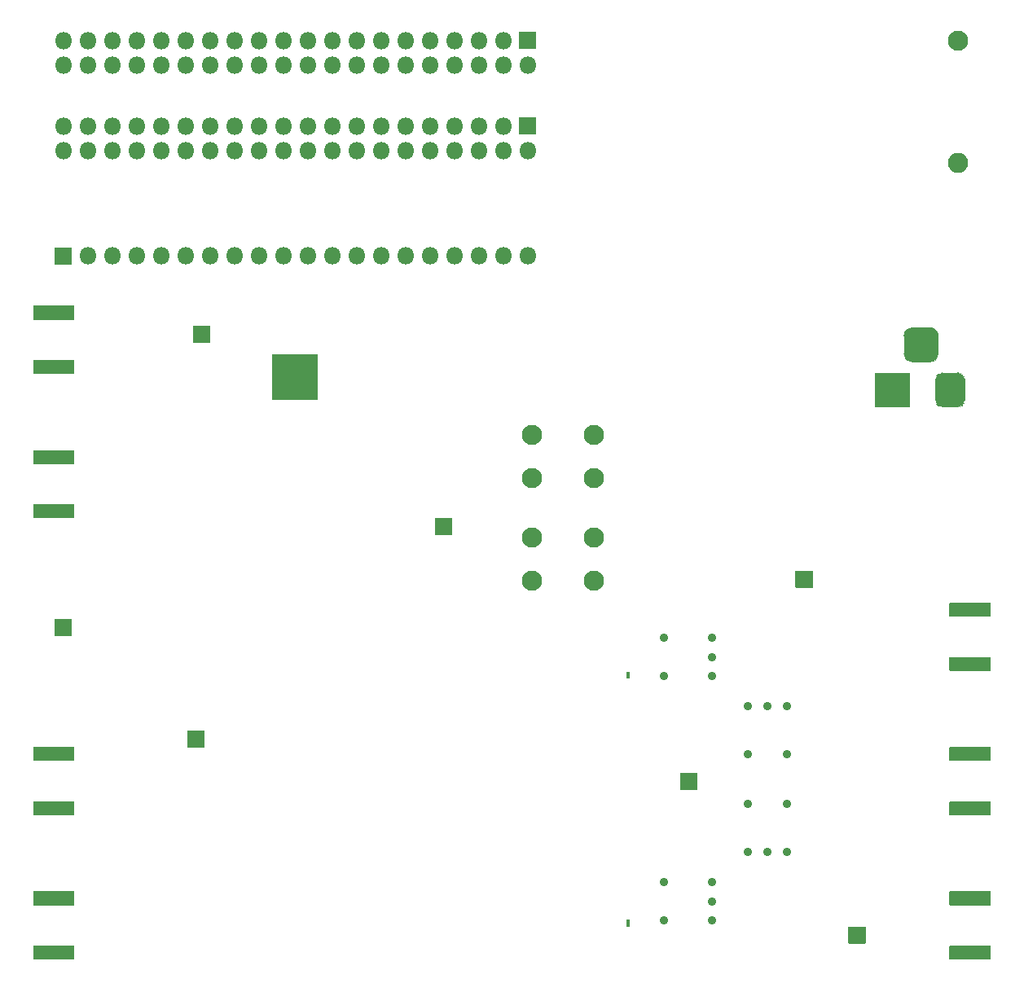
<source format=gbr>
%TF.GenerationSoftware,KiCad,Pcbnew,(5.1.8)-1*%
%TF.CreationDate,2020-12-11T02:40:57-05:00*%
%TF.ProjectId,iq_siggen,69715f73-6967-4676-956e-2e6b69636164,v01*%
%TF.SameCoordinates,Original*%
%TF.FileFunction,Soldermask,Bot*%
%TF.FilePolarity,Negative*%
%FSLAX46Y46*%
G04 Gerber Fmt 4.6, Leading zero omitted, Abs format (unit mm)*
G04 Created by KiCad (PCBNEW (5.1.8)-1) date 2020-12-11 02:40:57*
%MOMM*%
%LPD*%
G01*
G04 APERTURE LIST*
%ADD10C,0.100000*%
%ADD11C,2.100000*%
%ADD12O,1.800000X1.800000*%
%ADD13O,2.100000X2.100000*%
%ADD14C,0.900000*%
G04 APERTURE END LIST*
D10*
G36*
X79865000Y-90300000D02*
G01*
X75215000Y-90300000D01*
X75215000Y-85650000D01*
X79865000Y-85650000D01*
X79865000Y-90300000D01*
G37*
X79865000Y-90300000D02*
X75215000Y-90300000D01*
X75215000Y-85650000D01*
X79865000Y-85650000D01*
X79865000Y-90300000D01*
%TO.C,JP5*%
G36*
X112000000Y-145010600D02*
G01*
X112250000Y-145010600D01*
X112250400Y-144350200D01*
X112000400Y-144350200D01*
X112000000Y-145010600D01*
G37*
X112000000Y-145010600D02*
X112250000Y-145010600D01*
X112250400Y-144350200D01*
X112000400Y-144350200D01*
X112000000Y-145010600D01*
%TO.C,JP4*%
G36*
X112000000Y-119260600D02*
G01*
X112250000Y-119260600D01*
X112250400Y-118600200D01*
X112000400Y-118600200D01*
X112000000Y-119260600D01*
G37*
X112000000Y-119260600D02*
X112250000Y-119260600D01*
X112250400Y-118600200D01*
X112000400Y-118600200D01*
X112000000Y-119260600D01*
G36*
X79865000Y-90300000D02*
G01*
X75215000Y-90300000D01*
X75215000Y-85650000D01*
X79865000Y-85650000D01*
X79865000Y-90300000D01*
G37*
X79865000Y-90300000D02*
X75215000Y-90300000D01*
X75215000Y-85650000D01*
X79865000Y-85650000D01*
X79865000Y-90300000D01*
%TO.C,JP5*%
G36*
X112000000Y-145010600D02*
G01*
X112250000Y-145010600D01*
X112250400Y-144350200D01*
X112000400Y-144350200D01*
X112000000Y-145010600D01*
G37*
X112000000Y-145010600D02*
X112250000Y-145010600D01*
X112250400Y-144350200D01*
X112000400Y-144350200D01*
X112000000Y-145010600D01*
%TO.C,JP4*%
G36*
X112000000Y-119260600D02*
G01*
X112250000Y-119260600D01*
X112250400Y-118600200D01*
X112000400Y-118600200D01*
X112000000Y-119260600D01*
G37*
X112000000Y-119260600D02*
X112250000Y-119260600D01*
X112250400Y-118600200D01*
X112000400Y-118600200D01*
X112000000Y-119260600D01*
%TD*%
%TO.C,J10*%
G36*
G01*
X144462000Y-83719200D02*
X144462000Y-85519200D01*
G75*
G02*
X143562000Y-86419200I-900000J0D01*
G01*
X141762000Y-86419200D01*
G75*
G02*
X140862000Y-85519200I0J900000D01*
G01*
X140862000Y-83719200D01*
G75*
G02*
X141762000Y-82819200I900000J0D01*
G01*
X143562000Y-82819200D01*
G75*
G02*
X144462000Y-83719200I0J-900000D01*
G01*
G37*
G36*
G01*
X147212000Y-88294200D02*
X147212000Y-90344200D01*
G75*
G02*
X146437000Y-91119200I-775000J0D01*
G01*
X144887000Y-91119200D01*
G75*
G02*
X144112000Y-90344200I0J775000D01*
G01*
X144112000Y-88294200D01*
G75*
G02*
X144887000Y-87519200I775000J0D01*
G01*
X146437000Y-87519200D01*
G75*
G02*
X147212000Y-88294200I0J-775000D01*
G01*
G37*
G36*
G01*
X141462000Y-87569200D02*
X141462000Y-91069200D01*
G75*
G02*
X141412000Y-91119200I-50000J0D01*
G01*
X137912000Y-91119200D01*
G75*
G02*
X137862000Y-91069200I0J50000D01*
G01*
X137862000Y-87569200D01*
G75*
G02*
X137912000Y-87519200I50000J0D01*
G01*
X141412000Y-87519200D01*
G75*
G02*
X141462000Y-87569200I0J-50000D01*
G01*
G37*
%TD*%
D11*
%TO.C,SW2*%
X102174000Y-109131200D03*
X102174000Y-104631200D03*
X108674000Y-109131200D03*
X108674000Y-104631200D03*
%TD*%
%TO.C,SW1*%
X102174000Y-98463200D03*
X102174000Y-93963200D03*
X108674000Y-98463200D03*
X108674000Y-93963200D03*
%TD*%
D12*
%TO.C,J2*%
X53490000Y-64430000D03*
X53490000Y-61890000D03*
X56030000Y-64430000D03*
X56030000Y-61890000D03*
X58570000Y-64430000D03*
X58570000Y-61890000D03*
X61110000Y-64430000D03*
X61110000Y-61890000D03*
X63650000Y-64430000D03*
X63650000Y-61890000D03*
X66190000Y-64430000D03*
X66190000Y-61890000D03*
X68730000Y-64430000D03*
X68730000Y-61890000D03*
X71270000Y-64430000D03*
X71270000Y-61890000D03*
X73810000Y-64430000D03*
X73810000Y-61890000D03*
X76350000Y-64430000D03*
X76350000Y-61890000D03*
X78890000Y-64430000D03*
X78890000Y-61890000D03*
X81430000Y-64430000D03*
X81430000Y-61890000D03*
X83970000Y-64430000D03*
X83970000Y-61890000D03*
X86510000Y-64430000D03*
X86510000Y-61890000D03*
X89050000Y-64430000D03*
X89050000Y-61890000D03*
X91590000Y-64430000D03*
X91590000Y-61890000D03*
X94130000Y-64430000D03*
X94130000Y-61890000D03*
X96670000Y-64430000D03*
X96670000Y-61890000D03*
X99210000Y-64430000D03*
X99210000Y-61890000D03*
X101750000Y-64430000D03*
G36*
G01*
X100900000Y-60990000D02*
X102600000Y-60990000D01*
G75*
G02*
X102650000Y-61040000I0J-50000D01*
G01*
X102650000Y-62740000D01*
G75*
G02*
X102600000Y-62790000I-50000J0D01*
G01*
X100900000Y-62790000D01*
G75*
G02*
X100850000Y-62740000I0J50000D01*
G01*
X100850000Y-61040000D01*
G75*
G02*
X100900000Y-60990000I50000J0D01*
G01*
G37*
%TD*%
%TO.C,J11*%
G36*
G01*
X149850000Y-127900000D02*
X145650000Y-127900000D01*
G75*
G02*
X145600000Y-127850000I0J50000D01*
G01*
X145600000Y-126500000D01*
G75*
G02*
X145650000Y-126450000I50000J0D01*
G01*
X149850000Y-126450000D01*
G75*
G02*
X149900000Y-126500000I0J-50000D01*
G01*
X149900000Y-127850000D01*
G75*
G02*
X149850000Y-127900000I-50000J0D01*
G01*
G37*
G36*
G01*
X149850000Y-133550000D02*
X145650000Y-133550000D01*
G75*
G02*
X145600000Y-133500000I0J50000D01*
G01*
X145600000Y-132150000D01*
G75*
G02*
X145650000Y-132100000I50000J0D01*
G01*
X149850000Y-132100000D01*
G75*
G02*
X149900000Y-132150000I0J-50000D01*
G01*
X149900000Y-133500000D01*
G75*
G02*
X149850000Y-133550000I-50000J0D01*
G01*
G37*
%TD*%
%TO.C,J19*%
G36*
G01*
X50408000Y-147100000D02*
X54608000Y-147100000D01*
G75*
G02*
X54658000Y-147150000I0J-50000D01*
G01*
X54658000Y-148500000D01*
G75*
G02*
X54608000Y-148550000I-50000J0D01*
G01*
X50408000Y-148550000D01*
G75*
G02*
X50358000Y-148500000I0J50000D01*
G01*
X50358000Y-147150000D01*
G75*
G02*
X50408000Y-147100000I50000J0D01*
G01*
G37*
G36*
G01*
X50408000Y-141450000D02*
X54608000Y-141450000D01*
G75*
G02*
X54658000Y-141500000I0J-50000D01*
G01*
X54658000Y-142850000D01*
G75*
G02*
X54608000Y-142900000I-50000J0D01*
G01*
X50408000Y-142900000D01*
G75*
G02*
X50358000Y-142850000I0J50000D01*
G01*
X50358000Y-141500000D01*
G75*
G02*
X50408000Y-141450000I50000J0D01*
G01*
G37*
%TD*%
%TO.C,J18*%
G36*
G01*
X50408000Y-132100000D02*
X54608000Y-132100000D01*
G75*
G02*
X54658000Y-132150000I0J-50000D01*
G01*
X54658000Y-133500000D01*
G75*
G02*
X54608000Y-133550000I-50000J0D01*
G01*
X50408000Y-133550000D01*
G75*
G02*
X50358000Y-133500000I0J50000D01*
G01*
X50358000Y-132150000D01*
G75*
G02*
X50408000Y-132100000I50000J0D01*
G01*
G37*
G36*
G01*
X50408000Y-126450000D02*
X54608000Y-126450000D01*
G75*
G02*
X54658000Y-126500000I0J-50000D01*
G01*
X54658000Y-127850000D01*
G75*
G02*
X54608000Y-127900000I-50000J0D01*
G01*
X50408000Y-127900000D01*
G75*
G02*
X50358000Y-127850000I0J50000D01*
G01*
X50358000Y-126500000D01*
G75*
G02*
X50408000Y-126450000I50000J0D01*
G01*
G37*
%TD*%
%TO.C,J3*%
X101760000Y-75400000D03*
X99220000Y-75400000D03*
X96680000Y-75400000D03*
X94140000Y-75400000D03*
X91600000Y-75400000D03*
X89060000Y-75400000D03*
X86520000Y-75400000D03*
X83980000Y-75400000D03*
X81440000Y-75400000D03*
X78900000Y-75400000D03*
X76360000Y-75400000D03*
X73820000Y-75400000D03*
X71280000Y-75400000D03*
X68740000Y-75400000D03*
X66200000Y-75400000D03*
X63660000Y-75400000D03*
X61120000Y-75400000D03*
X58580000Y-75400000D03*
X56040000Y-75400000D03*
G36*
G01*
X54350000Y-76300000D02*
X52650000Y-76300000D01*
G75*
G02*
X52600000Y-76250000I0J50000D01*
G01*
X52600000Y-74550000D01*
G75*
G02*
X52650000Y-74500000I50000J0D01*
G01*
X54350000Y-74500000D01*
G75*
G02*
X54400000Y-74550000I0J-50000D01*
G01*
X54400000Y-76250000D01*
G75*
G02*
X54350000Y-76300000I-50000J0D01*
G01*
G37*
%TD*%
%TO.C,J9*%
G36*
G01*
X50408000Y-101220000D02*
X54608000Y-101220000D01*
G75*
G02*
X54658000Y-101270000I0J-50000D01*
G01*
X54658000Y-102620000D01*
G75*
G02*
X54608000Y-102670000I-50000J0D01*
G01*
X50408000Y-102670000D01*
G75*
G02*
X50358000Y-102620000I0J50000D01*
G01*
X50358000Y-101270000D01*
G75*
G02*
X50408000Y-101220000I50000J0D01*
G01*
G37*
G36*
G01*
X50408000Y-95570000D02*
X54608000Y-95570000D01*
G75*
G02*
X54658000Y-95620000I0J-50000D01*
G01*
X54658000Y-96970000D01*
G75*
G02*
X54608000Y-97020000I-50000J0D01*
G01*
X50408000Y-97020000D01*
G75*
G02*
X50358000Y-96970000I0J50000D01*
G01*
X50358000Y-95620000D01*
G75*
G02*
X50408000Y-95570000I50000J0D01*
G01*
G37*
%TD*%
%TO.C,J8*%
G36*
G01*
X50408000Y-86220000D02*
X54608000Y-86220000D01*
G75*
G02*
X54658000Y-86270000I0J-50000D01*
G01*
X54658000Y-87620000D01*
G75*
G02*
X54608000Y-87670000I-50000J0D01*
G01*
X50408000Y-87670000D01*
G75*
G02*
X50358000Y-87620000I0J50000D01*
G01*
X50358000Y-86270000D01*
G75*
G02*
X50408000Y-86220000I50000J0D01*
G01*
G37*
G36*
G01*
X50408000Y-80570000D02*
X54608000Y-80570000D01*
G75*
G02*
X54658000Y-80620000I0J-50000D01*
G01*
X54658000Y-81970000D01*
G75*
G02*
X54608000Y-82020000I-50000J0D01*
G01*
X50408000Y-82020000D01*
G75*
G02*
X50358000Y-81970000I0J50000D01*
G01*
X50358000Y-80620000D01*
G75*
G02*
X50408000Y-80570000I50000J0D01*
G01*
G37*
%TD*%
%TO.C,J7*%
G36*
G01*
X149850000Y-142900000D02*
X145650000Y-142900000D01*
G75*
G02*
X145600000Y-142850000I0J50000D01*
G01*
X145600000Y-141500000D01*
G75*
G02*
X145650000Y-141450000I50000J0D01*
G01*
X149850000Y-141450000D01*
G75*
G02*
X149900000Y-141500000I0J-50000D01*
G01*
X149900000Y-142850000D01*
G75*
G02*
X149850000Y-142900000I-50000J0D01*
G01*
G37*
G36*
G01*
X149850000Y-148550000D02*
X145650000Y-148550000D01*
G75*
G02*
X145600000Y-148500000I0J50000D01*
G01*
X145600000Y-147150000D01*
G75*
G02*
X145650000Y-147100000I50000J0D01*
G01*
X149850000Y-147100000D01*
G75*
G02*
X149900000Y-147150000I0J-50000D01*
G01*
X149900000Y-148500000D01*
G75*
G02*
X149850000Y-148550000I-50000J0D01*
G01*
G37*
%TD*%
%TO.C,J6*%
G36*
G01*
X149850000Y-112900000D02*
X145650000Y-112900000D01*
G75*
G02*
X145600000Y-112850000I0J50000D01*
G01*
X145600000Y-111500000D01*
G75*
G02*
X145650000Y-111450000I50000J0D01*
G01*
X149850000Y-111450000D01*
G75*
G02*
X149900000Y-111500000I0J-50000D01*
G01*
X149900000Y-112850000D01*
G75*
G02*
X149850000Y-112900000I-50000J0D01*
G01*
G37*
G36*
G01*
X149850000Y-118550000D02*
X145650000Y-118550000D01*
G75*
G02*
X145600000Y-118500000I0J50000D01*
G01*
X145600000Y-117150000D01*
G75*
G02*
X145650000Y-117100000I50000J0D01*
G01*
X149850000Y-117100000D01*
G75*
G02*
X149900000Y-117150000I0J-50000D01*
G01*
X149900000Y-118500000D01*
G75*
G02*
X149850000Y-118550000I-50000J0D01*
G01*
G37*
%TD*%
D13*
%TO.C,L7*%
X146500000Y-65700000D03*
D11*
X146500000Y-53000000D03*
%TD*%
D14*
%TO.C,T3*%
X128672000Y-132378000D03*
X124672000Y-132378000D03*
X128672000Y-137378000D03*
X126672000Y-137378000D03*
X124672000Y-137378000D03*
%TD*%
%TO.C,T4*%
X124672000Y-127218000D03*
X128672000Y-127218000D03*
X124672000Y-122218000D03*
X126672000Y-122218000D03*
X128672000Y-122218000D03*
%TD*%
%TO.C,T2*%
X115917000Y-115098000D03*
X115917000Y-119098000D03*
X120917000Y-115098000D03*
X120917000Y-117098000D03*
X120917000Y-119098000D03*
%TD*%
%TO.C,T1*%
X115917000Y-140498000D03*
X115917000Y-144498000D03*
X120917000Y-140498000D03*
X120917000Y-142498000D03*
X120917000Y-144498000D03*
%TD*%
%TO.C,J17*%
G36*
G01*
X129600000Y-109850000D02*
X129600000Y-108150000D01*
G75*
G02*
X129650000Y-108100000I50000J0D01*
G01*
X131350000Y-108100000D01*
G75*
G02*
X131400000Y-108150000I0J-50000D01*
G01*
X131400000Y-109850000D01*
G75*
G02*
X131350000Y-109900000I-50000J0D01*
G01*
X129650000Y-109900000D01*
G75*
G02*
X129600000Y-109850000I0J50000D01*
G01*
G37*
%TD*%
%TO.C,J16*%
G36*
G01*
X135100000Y-146850000D02*
X135100000Y-145150000D01*
G75*
G02*
X135150000Y-145100000I50000J0D01*
G01*
X136850000Y-145100000D01*
G75*
G02*
X136900000Y-145150000I0J-50000D01*
G01*
X136900000Y-146850000D01*
G75*
G02*
X136850000Y-146900000I-50000J0D01*
G01*
X135150000Y-146900000D01*
G75*
G02*
X135100000Y-146850000I0J50000D01*
G01*
G37*
%TD*%
%TO.C,J15*%
G36*
G01*
X92100000Y-104350000D02*
X92100000Y-102650000D01*
G75*
G02*
X92150000Y-102600000I50000J0D01*
G01*
X93850000Y-102600000D01*
G75*
G02*
X93900000Y-102650000I0J-50000D01*
G01*
X93900000Y-104350000D01*
G75*
G02*
X93850000Y-104400000I-50000J0D01*
G01*
X92150000Y-104400000D01*
G75*
G02*
X92100000Y-104350000I0J50000D01*
G01*
G37*
%TD*%
%TO.C,J14*%
G36*
G01*
X66372000Y-126491200D02*
X66372000Y-124791200D01*
G75*
G02*
X66422000Y-124741200I50000J0D01*
G01*
X68122000Y-124741200D01*
G75*
G02*
X68172000Y-124791200I0J-50000D01*
G01*
X68172000Y-126491200D01*
G75*
G02*
X68122000Y-126541200I-50000J0D01*
G01*
X66422000Y-126541200D01*
G75*
G02*
X66372000Y-126491200I0J50000D01*
G01*
G37*
%TD*%
%TO.C,J13*%
G36*
G01*
X117600000Y-130850000D02*
X117600000Y-129150000D01*
G75*
G02*
X117650000Y-129100000I50000J0D01*
G01*
X119350000Y-129100000D01*
G75*
G02*
X119400000Y-129150000I0J-50000D01*
G01*
X119400000Y-130850000D01*
G75*
G02*
X119350000Y-130900000I-50000J0D01*
G01*
X117650000Y-130900000D01*
G75*
G02*
X117600000Y-130850000I0J50000D01*
G01*
G37*
%TD*%
%TO.C,J12*%
G36*
G01*
X52600000Y-114850000D02*
X52600000Y-113150000D01*
G75*
G02*
X52650000Y-113100000I50000J0D01*
G01*
X54350000Y-113100000D01*
G75*
G02*
X54400000Y-113150000I0J-50000D01*
G01*
X54400000Y-114850000D01*
G75*
G02*
X54350000Y-114900000I-50000J0D01*
G01*
X52650000Y-114900000D01*
G75*
G02*
X52600000Y-114850000I0J50000D01*
G01*
G37*
%TD*%
%TO.C,J4*%
G36*
G01*
X67007000Y-84378000D02*
X67007000Y-82678000D01*
G75*
G02*
X67057000Y-82628000I50000J0D01*
G01*
X68757000Y-82628000D01*
G75*
G02*
X68807000Y-82678000I0J-50000D01*
G01*
X68807000Y-84378000D01*
G75*
G02*
X68757000Y-84428000I-50000J0D01*
G01*
X67057000Y-84428000D01*
G75*
G02*
X67007000Y-84378000I0J50000D01*
G01*
G37*
%TD*%
D12*
%TO.C,J1*%
X53490000Y-55540000D03*
X53490000Y-53000000D03*
X56030000Y-55540000D03*
X56030000Y-53000000D03*
X58570000Y-55540000D03*
X58570000Y-53000000D03*
X61110000Y-55540000D03*
X61110000Y-53000000D03*
X63650000Y-55540000D03*
X63650000Y-53000000D03*
X66190000Y-55540000D03*
X66190000Y-53000000D03*
X68730000Y-55540000D03*
X68730000Y-53000000D03*
X71270000Y-55540000D03*
X71270000Y-53000000D03*
X73810000Y-55540000D03*
X73810000Y-53000000D03*
X76350000Y-55540000D03*
X76350000Y-53000000D03*
X78890000Y-55540000D03*
X78890000Y-53000000D03*
X81430000Y-55540000D03*
X81430000Y-53000000D03*
X83970000Y-55540000D03*
X83970000Y-53000000D03*
X86510000Y-55540000D03*
X86510000Y-53000000D03*
X89050000Y-55540000D03*
X89050000Y-53000000D03*
X91590000Y-55540000D03*
X91590000Y-53000000D03*
X94130000Y-55540000D03*
X94130000Y-53000000D03*
X96670000Y-55540000D03*
X96670000Y-53000000D03*
X99210000Y-55540000D03*
X99210000Y-53000000D03*
X101750000Y-55540000D03*
G36*
G01*
X100900000Y-52100000D02*
X102600000Y-52100000D01*
G75*
G02*
X102650000Y-52150000I0J-50000D01*
G01*
X102650000Y-53850000D01*
G75*
G02*
X102600000Y-53900000I-50000J0D01*
G01*
X100900000Y-53900000D01*
G75*
G02*
X100850000Y-53850000I0J50000D01*
G01*
X100850000Y-52150000D01*
G75*
G02*
X100900000Y-52100000I50000J0D01*
G01*
G37*
%TD*%
D10*
G36*
X144113990Y-90344004D02*
G01*
X144128861Y-90495000D01*
X144172850Y-90640011D01*
X144244282Y-90773651D01*
X144340413Y-90890787D01*
X144457549Y-90986918D01*
X144591189Y-91058350D01*
X144736200Y-91102339D01*
X144887196Y-91117210D01*
X144888822Y-91118375D01*
X144888626Y-91120365D01*
X144887000Y-91121200D01*
X144841908Y-91121200D01*
X144841712Y-91121190D01*
X144695460Y-91106785D01*
X144695075Y-91106709D01*
X144559158Y-91065480D01*
X144558796Y-91065330D01*
X144433539Y-90998379D01*
X144433213Y-90998161D01*
X144323421Y-90908056D01*
X144323144Y-90907779D01*
X144233039Y-90797987D01*
X144232821Y-90797661D01*
X144165870Y-90672404D01*
X144165720Y-90672042D01*
X144124491Y-90536125D01*
X144124415Y-90535740D01*
X144110010Y-90389488D01*
X144110000Y-90389292D01*
X144110000Y-90344200D01*
X144111000Y-90342468D01*
X144113000Y-90342468D01*
X144113990Y-90344004D01*
G37*
G36*
X147213165Y-90342574D02*
G01*
X147214000Y-90344200D01*
X147214000Y-90389292D01*
X147213990Y-90389488D01*
X147199585Y-90535740D01*
X147199509Y-90536125D01*
X147158280Y-90672042D01*
X147158130Y-90672404D01*
X147091179Y-90797661D01*
X147090961Y-90797987D01*
X147000856Y-90907779D01*
X147000579Y-90908056D01*
X146890787Y-90998161D01*
X146890461Y-90998379D01*
X146765204Y-91065330D01*
X146764842Y-91065480D01*
X146628925Y-91106709D01*
X146628540Y-91106785D01*
X146482288Y-91121190D01*
X146482092Y-91121200D01*
X146437000Y-91121200D01*
X146435268Y-91120200D01*
X146435268Y-91118200D01*
X146436804Y-91117210D01*
X146587800Y-91102339D01*
X146732811Y-91058350D01*
X146866451Y-90986918D01*
X146983587Y-90890787D01*
X147079718Y-90773651D01*
X147151150Y-90640011D01*
X147195139Y-90495000D01*
X147210010Y-90344004D01*
X147211175Y-90342378D01*
X147213165Y-90342574D01*
G37*
G36*
X144888732Y-87518200D02*
G01*
X144888732Y-87520200D01*
X144887196Y-87521190D01*
X144736200Y-87536061D01*
X144591189Y-87580050D01*
X144457549Y-87651482D01*
X144340413Y-87747613D01*
X144244282Y-87864749D01*
X144172850Y-87998389D01*
X144128861Y-88143400D01*
X144113990Y-88294396D01*
X144112825Y-88296022D01*
X144110835Y-88295826D01*
X144110000Y-88294200D01*
X144110000Y-88249108D01*
X144110010Y-88248912D01*
X144124415Y-88102660D01*
X144124491Y-88102275D01*
X144165720Y-87966358D01*
X144165870Y-87965996D01*
X144232821Y-87840739D01*
X144233039Y-87840413D01*
X144323144Y-87730621D01*
X144323421Y-87730344D01*
X144433213Y-87640239D01*
X144433539Y-87640021D01*
X144558796Y-87573070D01*
X144559158Y-87572920D01*
X144695075Y-87531691D01*
X144695460Y-87531615D01*
X144841712Y-87517210D01*
X144841908Y-87517200D01*
X144887000Y-87517200D01*
X144888732Y-87518200D01*
G37*
G36*
X146482288Y-87517210D02*
G01*
X146628540Y-87531615D01*
X146628925Y-87531691D01*
X146764842Y-87572920D01*
X146765204Y-87573070D01*
X146890461Y-87640021D01*
X146890787Y-87640239D01*
X147000579Y-87730344D01*
X147000856Y-87730621D01*
X147090961Y-87840413D01*
X147091179Y-87840739D01*
X147158130Y-87965996D01*
X147158280Y-87966358D01*
X147199509Y-88102275D01*
X147199585Y-88102660D01*
X147213990Y-88248912D01*
X147214000Y-88249108D01*
X147214000Y-88294200D01*
X147213000Y-88295932D01*
X147211000Y-88295932D01*
X147210010Y-88294396D01*
X147195139Y-88143400D01*
X147151150Y-87998389D01*
X147079718Y-87864749D01*
X146983587Y-87747613D01*
X146866451Y-87651482D01*
X146732811Y-87580050D01*
X146587800Y-87536061D01*
X146436804Y-87521190D01*
X146435178Y-87520025D01*
X146435374Y-87518035D01*
X146437000Y-87517200D01*
X146482092Y-87517200D01*
X146482288Y-87517210D01*
G37*
G36*
X140863990Y-85519004D02*
G01*
X140881263Y-85694386D01*
X140932365Y-85862846D01*
X141015348Y-86018097D01*
X141127025Y-86154175D01*
X141263103Y-86265852D01*
X141418354Y-86348835D01*
X141586814Y-86399937D01*
X141762196Y-86417210D01*
X141763822Y-86418375D01*
X141763626Y-86420365D01*
X141762000Y-86421200D01*
X141716908Y-86421200D01*
X141716712Y-86421190D01*
X141546073Y-86404383D01*
X141545688Y-86404307D01*
X141386325Y-86355966D01*
X141385963Y-86355816D01*
X141239091Y-86277310D01*
X141238765Y-86277092D01*
X141110032Y-86171445D01*
X141109755Y-86171168D01*
X141004108Y-86042435D01*
X141003890Y-86042109D01*
X140925384Y-85895237D01*
X140925234Y-85894875D01*
X140876893Y-85735512D01*
X140876817Y-85735127D01*
X140860010Y-85564488D01*
X140860000Y-85564292D01*
X140860000Y-85519200D01*
X140861000Y-85517468D01*
X140863000Y-85517468D01*
X140863990Y-85519004D01*
G37*
G36*
X144463165Y-85517574D02*
G01*
X144464000Y-85519200D01*
X144464000Y-85564292D01*
X144463990Y-85564488D01*
X144447183Y-85735127D01*
X144447107Y-85735512D01*
X144398766Y-85894875D01*
X144398616Y-85895237D01*
X144320110Y-86042109D01*
X144319892Y-86042435D01*
X144214245Y-86171168D01*
X144213968Y-86171445D01*
X144085235Y-86277092D01*
X144084909Y-86277310D01*
X143938037Y-86355816D01*
X143937675Y-86355966D01*
X143778312Y-86404307D01*
X143777927Y-86404383D01*
X143607288Y-86421190D01*
X143607092Y-86421200D01*
X143562000Y-86421200D01*
X143560268Y-86420200D01*
X143560268Y-86418200D01*
X143561804Y-86417210D01*
X143737186Y-86399937D01*
X143905646Y-86348835D01*
X144060897Y-86265852D01*
X144196975Y-86154175D01*
X144308652Y-86018097D01*
X144391635Y-85862846D01*
X144442737Y-85694386D01*
X144460010Y-85519004D01*
X144461175Y-85517378D01*
X144463165Y-85517574D01*
G37*
G36*
X141763732Y-82818200D02*
G01*
X141763732Y-82820200D01*
X141762196Y-82821190D01*
X141586814Y-82838463D01*
X141418354Y-82889565D01*
X141263103Y-82972548D01*
X141127025Y-83084225D01*
X141015348Y-83220303D01*
X140932365Y-83375554D01*
X140881263Y-83544014D01*
X140863990Y-83719396D01*
X140862825Y-83721022D01*
X140860835Y-83720826D01*
X140860000Y-83719200D01*
X140860000Y-83674108D01*
X140860010Y-83673912D01*
X140876817Y-83503273D01*
X140876893Y-83502888D01*
X140925234Y-83343525D01*
X140925384Y-83343163D01*
X141003890Y-83196291D01*
X141004108Y-83195965D01*
X141109755Y-83067232D01*
X141110032Y-83066955D01*
X141238765Y-82961308D01*
X141239091Y-82961090D01*
X141385963Y-82882584D01*
X141386325Y-82882434D01*
X141545688Y-82834093D01*
X141546073Y-82834017D01*
X141716712Y-82817210D01*
X141716908Y-82817200D01*
X141762000Y-82817200D01*
X141763732Y-82818200D01*
G37*
G36*
X143607288Y-82817210D02*
G01*
X143777927Y-82834017D01*
X143778312Y-82834093D01*
X143937675Y-82882434D01*
X143938037Y-82882584D01*
X144084909Y-82961090D01*
X144085235Y-82961308D01*
X144213968Y-83066955D01*
X144214245Y-83067232D01*
X144319892Y-83195965D01*
X144320110Y-83196291D01*
X144398616Y-83343163D01*
X144398766Y-83343525D01*
X144447107Y-83502888D01*
X144447183Y-83503273D01*
X144463990Y-83673912D01*
X144464000Y-83674108D01*
X144464000Y-83719200D01*
X144463000Y-83720932D01*
X144461000Y-83720932D01*
X144460010Y-83719396D01*
X144442737Y-83544014D01*
X144391635Y-83375554D01*
X144308652Y-83220303D01*
X144196975Y-83084225D01*
X144060897Y-82972548D01*
X143905646Y-82889565D01*
X143737186Y-82838463D01*
X143561804Y-82821190D01*
X143560178Y-82820025D01*
X143560374Y-82818035D01*
X143562000Y-82817200D01*
X143607092Y-82817200D01*
X143607288Y-82817210D01*
G37*
M02*

</source>
